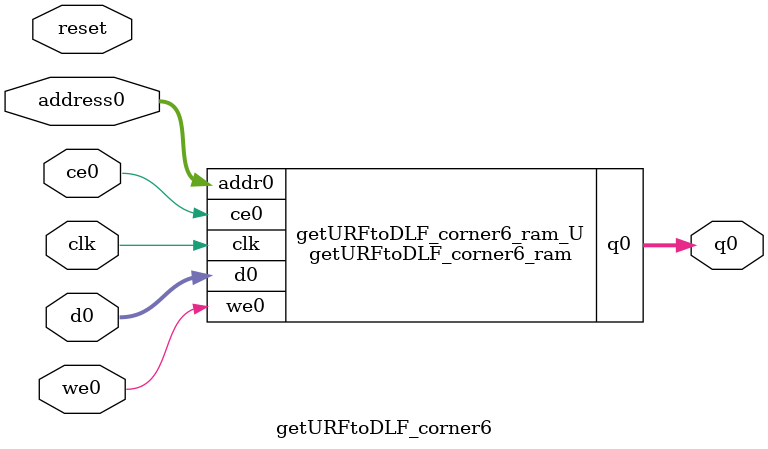
<source format=v>

`timescale 1 ns / 1 ps
module getURFtoDLF_corner6_ram (addr0, ce0, d0, we0, q0,  clk);

parameter DWIDTH = 3;
parameter AWIDTH = 3;
parameter MEM_SIZE = 6;

input[AWIDTH-1:0] addr0;
input ce0;
input[DWIDTH-1:0] d0;
input we0;
output reg[DWIDTH-1:0] q0;
input clk;

(* ram_style = "distributed" *)reg [DWIDTH-1:0] ram[0:MEM_SIZE-1];




always @(posedge clk)  
begin 
    if (ce0) 
    begin
        if (we0) 
        begin 
            ram[addr0] <= d0; 
            q0 <= d0;
        end 
        else 
            q0 <= ram[addr0];
    end
end


endmodule


`timescale 1 ns / 1 ps
module getURFtoDLF_corner6(
    reset,
    clk,
    address0,
    ce0,
    we0,
    d0,
    q0);

parameter DataWidth = 32'd3;
parameter AddressRange = 32'd6;
parameter AddressWidth = 32'd3;
input reset;
input clk;
input[AddressWidth - 1:0] address0;
input ce0;
input we0;
input[DataWidth - 1:0] d0;
output[DataWidth - 1:0] q0;



getURFtoDLF_corner6_ram getURFtoDLF_corner6_ram_U(
    .clk( clk ),
    .addr0( address0 ),
    .ce0( ce0 ),
    .we0( we0 ),
    .d0( d0 ),
    .q0( q0 ));

endmodule


</source>
